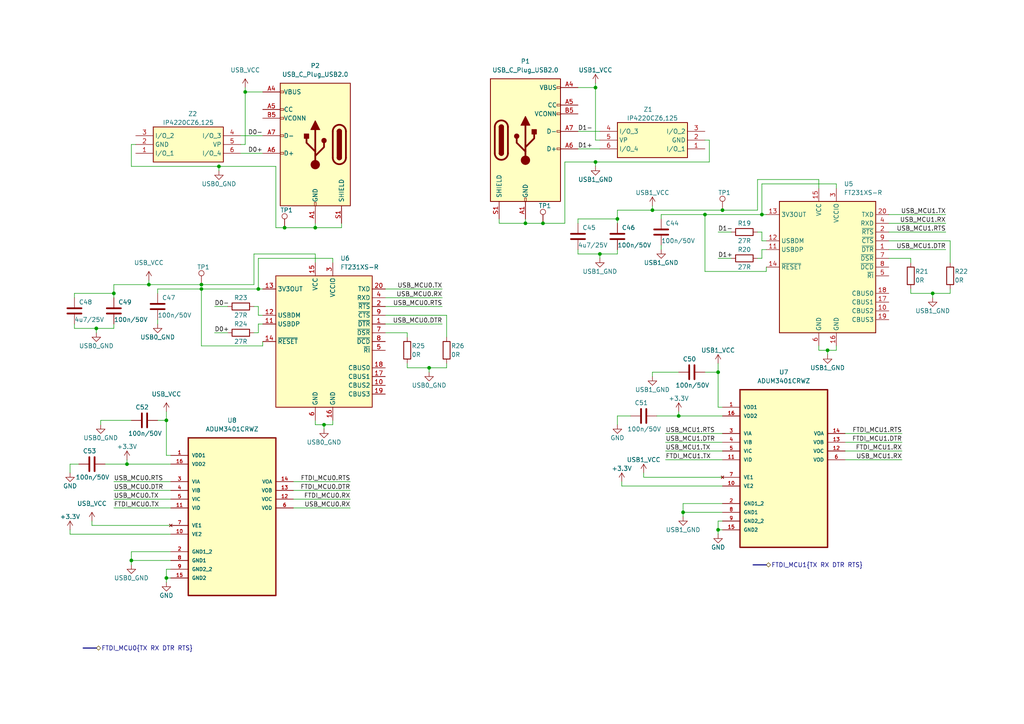
<source format=kicad_sch>
(kicad_sch (version 20230121) (generator eeschema)
  (paper "A4")
  (title_block (title "USB interface") (date "2023-12-29") (rev "V1.0") (company "Valais Wallis Racing Team") (comment 1 "Bétrisey Mattia"))
  (lib_symbols
    (symbol "ADUM3401CRWZ:ADUM3401CRWZ" (pin_names (offset 1.016))
      (property "Reference" "U" (at -4.7299 22.6067 0))
      (property "Value" "ADUM3401CRWZ" (at -6.0296 -28.5708 0))
      (symbol "ADUM3401CRWZ_0_0"
        (rectangle (start -12.7 -25.4) (end 12.7 20.32) (stroke (width 0.4064)) (fill (type background)))
        (pin power_in line (at -17.78 15.24 0) (length 5.08) (name "VDD1") (number "1"))
        (pin output line (at -17.78 -7.62 0) (length 5.08) (name "VE2") (number "10"))
        (pin output line (at -17.78 0 0) (length 5.08) (name "VID") (number "11"))
        (pin output line (at 17.78 2.54 180) (length 5.08) (name "VOC") (number "12"))
        (pin output line (at 17.78 5.08 180) (length 5.08) (name "VOB") (number "13"))
        (pin output line (at 17.78 7.62 180) (length 5.08) (name "VOA") (number "14"))
        (pin passive line (at -17.78 -20.32 0) (length 5.08) (name "GND2") (number "15"))
        (pin power_in line (at -17.78 12.7 0) (length 5.08) (name "VDD2") (number "16"))
        (pin passive line (at -17.78 -12.7 0) (length 5.08) (name "GND1_2") (number "2"))
        (pin input line (at -17.78 7.62 0) (length 5.08) (name "VIA") (number "3"))
        (pin input line (at -17.78 5.08 0) (length 5.08) (name "VIB") (number "4"))
        (pin input line (at -17.78 2.54 0) (length 5.08) (name "VIC") (number "5"))
        (pin input line (at 17.78 0 180) (length 5.08) (name "VOD") (number "6"))
        (pin no_connect line (at -17.78 -5.08 0) (length 5.08) (name "VE1") (number "7"))
        (pin passive line (at -17.78 -15.24 0) (length 5.08) (name "GND1") (number "8"))
        (pin passive line (at -17.78 -17.78 0) (length 5.08) (name "GND2_2") (number "9"))
      )
    )
    (symbol "Connector:TestPoint" (pin_numbers hide) (pin_names (offset 0.762) hide)
      (property "Reference" "TP" (at 0 6.858 0))
      (property "Value" "TestPoint" (at 0 5.08 0))
      (symbol "TestPoint_0_1"
        (circle (center 0 3.302) (radius 0.762))
      )
      (symbol "TestPoint_1_1"
        (pin passive line (at 0 0 90) (length 2.54) (name "1") (number "1"))
      )
    )
    (symbol "Connector:USB_C_Plug_USB2.0" (pin_names (offset 1.016))
      (property "Reference" "P" (at -10.16 19.05 0))
      (property "Value" "USB_C_Plug_USB2.0" (at 12.7 19.05 0))
      (symbol "USB_C_Plug_USB2.0_0_0"
        (rectangle (start -0.254 -17.78) (end 0.254 -16.764))
        (rectangle (start 10.16 -2.286) (end 9.144 -2.794))
        (rectangle (start 10.16 2.794) (end 9.144 2.286))
        (rectangle (start 10.16 7.874) (end 9.144 7.366))
        (rectangle (start 10.16 10.414) (end 9.144 9.906))
        (rectangle (start 10.16 15.494) (end 9.144 14.986))
      )
      (symbol "USB_C_Plug_USB2.0_0_1"
        (rectangle (start -10.16 17.78) (end 10.16 -17.78) (stroke (width 0.254)) (fill (type background)))
        (arc (start -8.89 -3.81) (mid -6.985 -5.7067) (end -5.08 -3.81) (stroke (width 0.508)))
        (arc (start -7.62 -3.81) (mid -6.985 -4.4423) (end -6.35 -3.81) (stroke (width 0.254)))
        (arc (start -7.62 -3.81) (mid -6.985 -4.4423) (end -6.35 -3.81) (stroke (width 0.254)) (fill (type outline)))
        (rectangle (start -7.62 -3.81) (end -6.35 3.81) (stroke (width 0.254)) (fill (type outline)))
        (arc (start -6.35 3.81) (mid -6.985 4.4423) (end -7.62 3.81) (stroke (width 0.254)))
        (arc (start -6.35 3.81) (mid -6.985 4.4423) (end -7.62 3.81) (stroke (width 0.254)) (fill (type outline)))
        (arc (start -5.08 3.81) (mid -6.985 5.7067) (end -8.89 3.81) (stroke (width 0.508)))
        (circle (center -2.54 1.143) (radius 0.635) (stroke (width 0.254)) (fill (type outline)))
        (circle (center 0 -5.842) (radius 1.27) (fill (type outline)))
        (polyline (pts (xy -8.89 -3.81) (xy -8.89 3.81)) (stroke (width 0.508)))
        (polyline (pts (xy -5.08 3.81) (xy -5.08 -3.81)) (stroke (width 0.508)))
        (polyline (pts (xy 0 -5.842) (xy 0 4.318)) (stroke (width 0.508)))
        (polyline (pts (xy 0 -3.302) (xy -2.54 -0.762) (xy -2.54 0.508)) (stroke (width 0.508)))
        (polyline (pts (xy 0 -2.032) (xy 2.54 0.508) (xy 2.54 1.778)) (stroke (width 0.508)))
        (polyline (pts (xy -1.27 4.318) (xy 0 6.858) (xy 1.27 4.318) (xy -1.27 4.318)) (stroke (width 0.254)) (fill (type outline)))
        (rectangle (start 1.905 1.778) (end 3.175 3.048) (stroke (width 0.254)) (fill (type outline)))
      )
      (symbol "USB_C_Plug_USB2.0_1_1"
        (pin passive line (at 0 -22.86 90) (length 5.08) (name "GND") (number "A1"))
        (pin passive line (at 0 -22.86 90) (length 5.08) hide (name "GND") (number "A12"))
        (pin passive line (at 15.24 15.24 180) (length 5.08) (name "VBUS") (number "A4"))
        (pin bidirectional line (at 15.24 10.16 180) (length 5.08) (name "CC") (number "A5"))
        (pin bidirectional line (at 15.24 -2.54 180) (length 5.08) (name "D+") (number "A6"))
        (pin bidirectional line (at 15.24 2.54 180) (length 5.08) (name "D-") (number "A7"))
        (pin passive line (at 15.24 15.24 180) (length 5.08) hide (name "VBUS") (number "A9"))
        (pin passive line (at 0 -22.86 90) (length 5.08) hide (name "GND") (number "B1"))
        (pin passive line (at 0 -22.86 90) (length 5.08) hide (name "GND") (number "B12"))
        (pin passive line (at 15.24 15.24 180) (length 5.08) hide (name "VBUS") (number "B4"))
        (pin bidirectional line (at 15.24 7.62 180) (length 5.08) (name "VCONN") (number "B5"))
        (pin passive line (at 15.24 15.24 180) (length 5.08) hide (name "VBUS") (number "B9"))
        (pin passive line (at -7.62 -22.86 90) (length 5.08) (name "SHIELD") (number "S1"))
      )
    )
    (symbol "Device:C" (pin_numbers hide) (pin_names (offset 0.254))
      (property "Reference" "C" (at 0.635 2.54 0))
      (property "Value" "C" (at 0.635 -2.54 0))
      (symbol "C_0_1"
        (polyline (pts (xy -2.032 -0.762) (xy 2.032 -0.762)) (stroke (width 0.508)))
        (polyline (pts (xy -2.032 0.762) (xy 2.032 0.762)) (stroke (width 0.508)))
      )
      (symbol "C_1_1"
        (pin passive line (at 0 3.81 270) (length 2.794) (name "~") (number "1"))
        (pin passive line (at 0 -3.81 90) (length 2.794) (name "~") (number "2"))
      )
    )
    (symbol "Device:R" (pin_numbers hide) (pin_names (offset 0))
      (property "Reference" "R" (at 2.032 0 90))
      (property "Value" "R" (at 0 0 90))
      (symbol "R_0_1"
        (rectangle (start -1.016 -2.54) (end 1.016 2.54) (stroke (width 0.254)))
      )
      (symbol "R_1_1"
        (pin passive line (at 0 3.81 270) (length 1.27) (name "~") (number "1"))
        (pin passive line (at 0 -3.81 90) (length 1.27) (name "~") (number "2"))
      )
    )
    (symbol "IP4220CZ6_125:IP4220CZ6,125"
      (property "Reference" "Z" (at 26.67 7.62 0))
      (property "Value" "IP4220CZ6,125" (at 26.67 5.08 0))
      (symbol "IP4220CZ6,125_1_1"
        (rectangle (start 5.08 2.54) (end 25.4 -7.62) (stroke (width 0.254)) (fill (type background)))
        (pin passive line (at 0 0 0) (length 5.08) (name "I/O_1") (number "1"))
        (pin passive line (at 0 -2.54 0) (length 5.08) (name "GND") (number "2"))
        (pin passive line (at 0 -5.08 0) (length 5.08) (name "I/O_2") (number "3"))
        (pin passive line (at 30.48 -5.08 180) (length 5.08) (name "I/O_3") (number "4"))
        (pin passive line (at 30.48 -2.54 180) (length 5.08) (name "VP") (number "5"))
        (pin passive line (at 30.48 0 180) (length 5.08) (name "I/O_4") (number "6"))
      )
    )
    (symbol "Interface_USB:FT231XS"
      (property "Reference" "U" (at -13.97 20.32 0))
      (property "Value" "FT231XS" (at 7.62 20.32 0))
      (symbol "FT231XS_0_1"
        (rectangle (start -13.97 19.05) (end 13.97 -19.05) (stroke (width 0.254)) (fill (type background)))
      )
      (symbol "FT231XS_1_1"
        (pin output line (at 17.78 5.08 180) (length 3.81) (name "~{DTR}") (number "1"))
        (pin bidirectional line (at 17.78 -12.7 180) (length 3.81) (name "CBUS2") (number "10"))
        (pin bidirectional line (at -17.78 5.08 0) (length 3.81) (name "USBDP") (number "11"))
        (pin bidirectional line (at -17.78 7.62 0) (length 3.81) (name "USBDM") (number "12"))
        (pin power_out line (at -17.78 15.24 0) (length 3.81) (name "3V3OUT") (number "13"))
        (pin input line (at -17.78 0 0) (length 3.81) (name "~{RESET}") (number "14"))
        (pin power_in line (at -2.54 22.86 270) (length 3.81) (name "VCC") (number "15"))
        (pin power_in line (at 2.54 -22.86 90) (length 3.81) (name "GND") (number "16"))
        (pin bidirectional line (at 17.78 -10.16 180) (length 3.81) (name "CBUS1") (number "17"))
        (pin bidirectional line (at 17.78 -7.62 180) (length 3.81) (name "CBUS0") (number "18"))
        (pin bidirectional line (at 17.78 -15.24 180) (length 3.81) (name "CBUS3") (number "19"))
        (pin output line (at 17.78 10.16 180) (length 3.81) (name "~{RTS}") (number "2"))
        (pin output line (at 17.78 15.24 180) (length 3.81) (name "TXD") (number "20"))
        (pin power_in line (at 2.54 22.86 270) (length 3.81) (name "VCCIO") (number "3"))
        (pin input line (at 17.78 12.7 180) (length 3.81) (name "RXD") (number "4"))
        (pin input line (at 17.78 -2.54 180) (length 3.81) (name "~{RI}") (number "5"))
        (pin power_in line (at -2.54 -22.86 90) (length 3.81) (name "GND") (number "6"))
        (pin input line (at 17.78 2.54 180) (length 3.81) (name "~{DSR}") (number "7"))
        (pin input line (at 17.78 0 180) (length 3.81) (name "~{DCD}") (number "8"))
        (pin input line (at 17.78 7.62 180) (length 3.81) (name "~{CTS}") (number "9"))
      )
    )
    (symbol "USB0_GND_1" (power) (in_bom no) (on_board no)
      (property "Value" "USB0_GND_1" (at 0 -4.064 0))
      (symbol "USB0_GND_1_0_1"
        (polyline (pts (xy 0 0) (xy 0 -1.27) (xy 1.27 -1.27) (xy 0 -2.54) (xy -1.27 -1.27) (xy 0 -1.27)))
      )
      (symbol "USB0_GND_1_1_1"
        (pin power_in line (at 0 0 270) (length 0) hide (name "USB0_GND") (number "1"))
      )
    )
    (symbol "USB1_GND_1" (power) (in_bom no) (on_board no)
      (property "Value" "USB1_GND_1" (at 0 -4.064 0))
      (symbol "USB1_GND_1_0_1"
        (polyline (pts (xy 0 0) (xy 0 -1.27) (xy 1.27 -1.27) (xy 0 -2.54) (xy -1.27 -1.27) (xy 0 -1.27)))
      )
      (symbol "USB1_GND_1_1_1"
        (pin power_in line (at 0 0 270) (length 0) hide (name "USB1_GND") (number "1"))
      )
    )
    (symbol "USB1_VCC_1" (power) (in_bom no) (on_board no)
      (property "Value" "USB1_VCC_1" (at 0 3.556 0))
      (symbol "USB1_VCC_1_0_1"
        (polyline (pts (xy -0.762 1.27) (xy 0 2.54)))
        (polyline (pts (xy 0 0) (xy 0 2.54)))
        (polyline (pts (xy 0 2.54) (xy 0.762 1.27)))
      )
      (symbol "USB1_VCC_1_1_1"
        (pin power_in line (at 0 0 90) (length 0) hide (name "USB1_VCC") (number "1"))
      )
    )
    (symbol "bmsPower_Symbols:+3V3_0" (power) (in_bom no) (on_board no)
      (property "Value" "+3V3_0" (at 0 3.302 0))
      (symbol "+3V3_0_0_1"
        (polyline (pts (xy -0.762 1.27) (xy 0 2.54)))
        (polyline (pts (xy 0 0) (xy 0 2.54)))
        (polyline (pts (xy 0 2.54) (xy 0.762 1.27)))
      )
      (symbol "+3V3_0_1_1"
        (pin power_in line (at 0 0 90) (length 0) hide (name "+3.3V") (number "1"))
      )
    )
    (symbol "bmsPower_Symbols:GND_0" (power) (in_bom no) (on_board no)
      (property "Value" "GND_0" (at 0 -4.064 0))
      (symbol "GND_0_0_1"
        (polyline (pts (xy 0 0) (xy 0 -1.27) (xy 1.27 -1.27) (xy 0 -2.54) (xy -1.27 -1.27) (xy 0 -1.27)))
      )
      (symbol "GND_0_1_1"
        (pin power_in line (at 0 0 270) (length 0) hide (name "GND") (number "1"))
      )
    )
    (symbol "bmsPower_Symbols:USB0_VCC" (power) (in_bom no) (on_board no)
      (property "Value" "USB0_VCC" (at 0 3.556 0))
      (symbol "USB0_VCC_0_1"
        (polyline (pts (xy -0.762 1.27) (xy 0 2.54)))
        (polyline (pts (xy 0 0) (xy 0 2.54)))
        (polyline (pts (xy 0 2.54) (xy 0.762 1.27)))
      )
      (symbol "USB0_VCC_1_1"
        (pin power_in line (at 0 0 90) (length 0) hide (name "USB_VCC") (number "1"))
      )
    )
  )
  (junction (at 208.28 107.95))
  (junction (at 93.98 123.19))
  (junction (at 71.12 26.67))
  (junction (at 58.42 83.82))
  (junction (at 157.48 64.77))
  (junction (at 196.85 120.65))
  (junction (at 152.4 64.77))
  (junction (at 63.5 48.26))
  (junction (at 172.72 25.4))
  (junction (at 204.47 62.23))
  (junction (at 74.93 83.82))
  (junction (at 27.94 95.25))
  (junction (at 270.51 85.09))
  (junction (at 198.12 148.59))
  (junction (at 36.83 134.62))
  (junction (at 240.03 101.6))
  (junction (at 82.55 66.04))
  (junction (at 124.46 106.68))
  (junction (at 38.1 162.56))
  (junction (at 33.02 85.09))
  (junction (at 48.26 167.64))
  (junction (at 209.55 60.96))
  (junction (at 173.99 73.66))
  (junction (at 58.42 82.55))
  (junction (at 48.26 121.92))
  (junction (at 189.23 60.96))
  (junction (at 172.72 46.99))
  (junction (at 208.28 153.67))
  (junction (at 91.44 66.04))
  (junction (at 179.07 63.5))
  (junction (at 220.98 62.23))
  (junction (at 43.18 82.55))
  (wire (pts (xy 242.57 100.33) (xy 242.57 101.6)))
  (wire (pts (xy 48.26 165.1) (xy 49.53 165.1)))
  (wire (pts (xy 85.09 144.78) (xy 101.6 144.78)))
  (wire (pts (xy 48.26 121.92) (xy 48.26 132.08)))
  (wire (pts (xy 245.11 125.73) (xy 261.62 125.73)))
  (wire (pts (xy 124.46 106.68) (xy 124.46 107.95)))
  (wire (pts (xy 179.07 63.5) (xy 179.07 64.77)))
  (wire (pts (xy 48.26 119.38) (xy 48.26 121.92)))
  (wire (pts (xy 193.04 125.73) (xy 209.55 125.73)))
  (wire (pts (xy 264.16 83.82) (xy 264.16 85.09)))
  (wire (pts (xy 173.99 73.66) (xy 179.07 73.66)))
  (wire (pts (xy 93.98 123.19) (xy 93.98 124.46)))
  (wire (pts (xy 179.07 120.65) (xy 182.88 120.65)))
  (wire (pts (xy 240.03 101.6) (xy 242.57 101.6)))
  (wire (pts (xy 21.59 85.09) (xy 21.59 86.36)))
  (wire (pts (xy 204.47 107.95) (xy 208.28 107.95)))
  (wire (pts (xy 80.01 48.26) (xy 80.01 66.04)))
  (wire (pts (xy 257.81 72.39) (xy 274.32 72.39)))
  (wire (pts (xy 74.93 83.82) (xy 76.2 83.82)))
  (wire (pts (xy 99.06 64.77) (xy 99.06 66.04)))
  (wire (pts (xy 48.26 132.08) (xy 49.53 132.08)))
  (wire (pts (xy 33.02 82.55) (xy 33.02 85.09)))
  (wire (pts (xy 264.16 85.09) (xy 270.51 85.09)))
  (wire (pts (xy 219.71 52.07) (xy 237.49 52.07)))
  (wire (pts (xy 240.03 101.6) (xy 240.03 102.87)))
  (wire (pts (xy 257.81 74.93) (xy 264.16 74.93)))
  (wire (pts (xy 80.01 66.04) (xy 82.55 66.04)))
  (wire (pts (xy 196.85 119.38) (xy 196.85 120.65)))
  (wire (pts (xy 198.12 148.59) (xy 198.12 149.86)))
  (wire (pts (xy 26.67 152.4) (xy 49.53 152.4)))
  (wire (pts (xy 129.54 105.41) (xy 129.54 106.68)))
  (wire (pts (xy 191.77 62.23) (xy 191.77 63.5)))
  (wire (pts (xy 257.81 64.77) (xy 274.32 64.77)))
  (wire (pts (xy 208.28 151.13) (xy 209.55 151.13)))
  (wire (pts (xy 220.98 62.23) (xy 222.25 62.23)))
  (wire (pts (xy 43.18 82.55) (xy 58.42 82.55)))
  (wire (pts (xy 26.67 151.13) (xy 26.67 152.4)))
  (wire (pts (xy 29.21 121.92) (xy 38.1 121.92)))
  (wire (pts (xy 180.34 139.7) (xy 180.34 140.97)))
  (wire (pts (xy 196.85 120.65) (xy 209.55 120.65)))
  (wire (pts (xy 38.1 160.02) (xy 38.1 162.56)))
  (wire (pts (xy 179.07 72.39) (xy 179.07 73.66)))
  (wire (pts (xy 48.26 167.64) (xy 48.26 168.91)))
  (wire (pts (xy 264.16 74.93) (xy 264.16 76.2)))
  (wire (pts (xy 39.37 41.91) (xy 38.1 41.91)))
  (wire (pts (xy 220.98 72.39) (xy 220.98 74.93)))
  (wire (pts (xy 167.64 73.66) (xy 173.99 73.66)))
  (wire (pts (xy 208.28 67.31) (xy 212.09 67.31)))
  (wire (pts (xy 74.93 88.9) (xy 74.93 91.44)))
  (wire (pts (xy 237.49 101.6) (xy 240.03 101.6)))
  (wire (pts (xy 62.23 88.9) (xy 66.04 88.9)))
  (wire (pts (xy 198.12 148.59) (xy 209.55 148.59)))
  (wire (pts (xy 189.23 107.95) (xy 196.85 107.95)))
  (wire (pts (xy 45.72 121.92) (xy 48.26 121.92)))
  (wire (pts (xy 219.71 67.31) (xy 220.98 67.31)))
  (wire (pts (xy 91.44 121.92) (xy 91.44 123.19)))
  (wire (pts (xy 33.02 93.98) (xy 33.02 95.25)))
  (wire (pts (xy 245.11 130.81) (xy 261.62 130.81)))
  (wire (pts (xy 220.98 53.34) (xy 220.98 62.23)))
  (wire (pts (xy 172.72 40.64) (xy 173.99 40.64)))
  (wire (pts (xy 91.44 123.19) (xy 93.98 123.19)))
  (wire (pts (xy 118.11 106.68) (xy 124.46 106.68)))
  (wire (pts (xy 198.12 146.05) (xy 198.12 148.59)))
  (wire (pts (xy 179.07 120.65) (xy 179.07 123.19)))
  (wire (pts (xy 45.72 93.98) (xy 45.72 92.71)))
  (wire (pts (xy 36.83 133.35) (xy 36.83 134.62)))
  (wire (pts (xy 124.46 106.68) (xy 129.54 106.68)))
  (wire (pts (xy 189.23 59.69) (xy 189.23 60.96)))
  (wire (pts (xy 30.48 134.62) (xy 36.83 134.62)))
  (wire (pts (xy 49.53 147.32) (xy 33.02 147.32)))
  (wire (pts (xy 242.57 53.34) (xy 242.57 54.61)))
  (wire (pts (xy 208.28 74.93) (xy 212.09 74.93)))
  (wire (pts (xy 71.12 26.67) (xy 76.2 26.67)))
  (wire (pts (xy 20.32 153.67) (xy 20.32 154.94)))
  (wire (pts (xy 167.64 63.5) (xy 167.64 64.77)))
  (wire (pts (xy 208.28 118.11) (xy 209.55 118.11)))
  (wire (pts (xy 91.44 66.04) (xy 99.06 66.04)))
  (wire (pts (xy 270.51 85.09) (xy 270.51 86.36)))
  (wire (pts (xy 172.72 25.4) (xy 172.72 40.64)))
  (wire (pts (xy 58.42 82.55) (xy 73.66 82.55)))
  (wire (pts (xy 209.55 60.96) (xy 219.71 60.96)))
  (wire (pts (xy 208.28 153.67) (xy 208.28 154.94)))
  (wire (pts (xy 167.64 63.5) (xy 179.07 63.5)))
  (wire (pts (xy 101.6 147.32) (xy 85.09 147.32)))
  (wire (pts (xy 63.5 49.53) (xy 63.5 48.26)))
  (wire (pts (xy 93.98 123.19) (xy 96.52 123.19)))
  (wire (pts (xy 167.64 72.39) (xy 167.64 73.66)))
  (wire (pts (xy 38.1 162.56) (xy 49.53 162.56)))
  (wire (pts (xy 180.34 140.97) (xy 209.55 140.97)))
  (wire (pts (xy 257.81 67.31) (xy 274.32 67.31)))
  (wire (pts (xy 21.59 95.25) (xy 27.94 95.25)))
  (wire (pts (xy 62.23 96.52) (xy 66.04 96.52)))
  (wire (pts (xy 76.2 99.06) (xy 76.2 100.33)))
  (wire (pts (xy 69.85 39.37) (xy 76.2 39.37)))
  (wire (pts (xy 111.76 91.44) (xy 129.54 91.44)))
  (wire (pts (xy 69.85 44.45) (xy 76.2 44.45)))
  (wire (pts (xy 167.64 43.18) (xy 173.99 43.18)))
  (wire (pts (xy 157.48 64.77) (xy 163.83 64.77)))
  (wire (pts (xy 111.76 96.52) (xy 118.11 96.52)))
  (wire (pts (xy 29.21 121.92) (xy 29.21 123.19)))
  (wire (pts (xy 45.72 83.82) (xy 45.72 85.09)))
  (wire (pts (xy 193.04 130.81) (xy 209.55 130.81)))
  (wire (pts (xy 33.02 82.55) (xy 43.18 82.55)))
  (wire (pts (xy 74.93 93.98) (xy 76.2 93.98)))
  (wire (pts (xy 82.55 66.04) (xy 91.44 66.04)))
  (wire (pts (xy 48.26 165.1) (xy 48.26 167.64)))
  (wire (pts (xy 257.81 62.23) (xy 274.32 62.23)))
  (bus (pts (xy 24.13 187.96) (xy 27.94 187.96)))
  (wire (pts (xy 237.49 52.07) (xy 237.49 54.61)))
  (wire (pts (xy 191.77 62.23) (xy 204.47 62.23)))
  (wire (pts (xy 220.98 72.39) (xy 222.25 72.39)))
  (wire (pts (xy 111.76 93.98) (xy 128.27 93.98)))
  (wire (pts (xy 38.1 162.56) (xy 38.1 163.83)))
  (wire (pts (xy 220.98 53.34) (xy 242.57 53.34)))
  (wire (pts (xy 208.28 153.67) (xy 209.55 153.67)))
  (wire (pts (xy 167.64 25.4) (xy 172.72 25.4)))
  (wire (pts (xy 71.12 25.4) (xy 71.12 26.67)))
  (wire (pts (xy 85.09 142.24) (xy 101.6 142.24)))
  (wire (pts (xy 73.66 88.9) (xy 74.93 88.9)))
  (wire (pts (xy 167.64 38.1) (xy 173.99 38.1)))
  (wire (pts (xy 179.07 60.96) (xy 179.07 63.5)))
  (wire (pts (xy 204.47 62.23) (xy 204.47 78.74)))
  (wire (pts (xy 33.02 142.24) (xy 49.53 142.24)))
  (wire (pts (xy 189.23 107.95) (xy 189.23 109.22)))
  (wire (pts (xy 172.72 46.99) (xy 172.72 48.26)))
  (wire (pts (xy 219.71 74.93) (xy 220.98 74.93)))
  (wire (pts (xy 91.44 66.04) (xy 91.44 64.77)))
  (wire (pts (xy 270.51 85.09) (xy 275.59 85.09)))
  (wire (pts (xy 71.12 41.91) (xy 69.85 41.91)))
  (wire (pts (xy 172.72 24.13) (xy 172.72 25.4)))
  (wire (pts (xy 186.69 137.16) (xy 186.69 138.43)))
  (wire (pts (xy 193.04 128.27) (xy 209.55 128.27)))
  (wire (pts (xy 219.71 52.07) (xy 219.71 60.96)))
  (wire (pts (xy 163.83 46.99) (xy 172.72 46.99)))
  (bus (pts (xy 218.44 163.83) (xy 222.25 163.83)))
  (wire (pts (xy 43.18 81.28) (xy 43.18 82.55)))
  (wire (pts (xy 27.94 95.25) (xy 33.02 95.25)))
  (wire (pts (xy 58.42 83.82) (xy 58.42 100.33)))
  (wire (pts (xy 71.12 26.67) (xy 71.12 41.91)))
  (wire (pts (xy 179.07 60.96) (xy 189.23 60.96)))
  (wire (pts (xy 48.26 167.64) (xy 49.53 167.64)))
  (wire (pts (xy 275.59 83.82) (xy 275.59 85.09)))
  (wire (pts (xy 38.1 160.02) (xy 49.53 160.02)))
  (wire (pts (xy 172.72 46.99) (xy 205.74 46.99)))
  (wire (pts (xy 186.69 138.43) (xy 209.55 138.43)))
  (wire (pts (xy 96.52 74.93) (xy 96.52 76.2)))
  (wire (pts (xy 205.74 40.64) (xy 205.74 46.99)))
  (wire (pts (xy 189.23 60.96) (xy 209.55 60.96)))
  (wire (pts (xy 38.1 41.91) (xy 38.1 48.26)))
  (wire (pts (xy 58.42 100.33) (xy 76.2 100.33)))
  (wire (pts (xy 208.28 105.41) (xy 208.28 107.95)))
  (wire (pts (xy 163.83 46.99) (xy 163.83 64.77)))
  (wire (pts (xy 222.25 77.47) (xy 222.25 78.74)))
  (wire (pts (xy 45.72 83.82) (xy 58.42 83.82)))
  (wire (pts (xy 204.47 40.64) (xy 205.74 40.64)))
  (wire (pts (xy 152.4 63.5) (xy 152.4 64.77)))
  (wire (pts (xy 245.11 128.27) (xy 261.62 128.27)))
  (wire (pts (xy 96.52 121.92) (xy 96.52 123.19)))
  (wire (pts (xy 36.83 134.62) (xy 49.53 134.62)))
  (wire (pts (xy 237.49 100.33) (xy 237.49 101.6)))
  (wire (pts (xy 275.59 69.85) (xy 275.59 76.2)))
  (wire (pts (xy 144.78 63.5) (xy 144.78 64.77)))
  (wire (pts (xy 220.98 69.85) (xy 222.25 69.85)))
  (wire (pts (xy 73.66 96.52) (xy 74.93 96.52)))
  (wire (pts (xy 27.94 95.25) (xy 27.94 96.52)))
  (wire (pts (xy 21.59 85.09) (xy 33.02 85.09)))
  (wire (pts (xy 33.02 144.78) (xy 49.53 144.78)))
  (wire (pts (xy 190.5 120.65) (xy 196.85 120.65)))
  (wire (pts (xy 245.11 133.35) (xy 261.62 133.35)))
  (wire (pts (xy 58.42 83.82) (xy 74.93 83.82)))
  (wire (pts (xy 193.04 133.35) (xy 209.55 133.35)))
  (wire (pts (xy 73.66 73.66) (xy 73.66 82.55)))
  (wire (pts (xy 220.98 67.31) (xy 220.98 69.85)))
  (wire (pts (xy 73.66 73.66) (xy 91.44 73.66)))
  (wire (pts (xy 144.78 64.77) (xy 152.4 64.77)))
  (wire (pts (xy 74.93 74.93) (xy 74.93 83.82)))
  (wire (pts (xy 20.32 134.62) (xy 22.86 134.62)))
  (wire (pts (xy 111.76 88.9) (xy 128.27 88.9)))
  (wire (pts (xy 204.47 62.23) (xy 220.98 62.23)))
  (wire (pts (xy 152.4 64.77) (xy 157.48 64.77)))
  (wire (pts (xy 208.28 107.95) (xy 208.28 118.11)))
  (wire (pts (xy 63.5 48.26) (xy 80.01 48.26)))
  (wire (pts (xy 33.02 85.09) (xy 33.02 86.36)))
  (wire (pts (xy 85.09 139.7) (xy 101.6 139.7)))
  (wire (pts (xy 198.12 146.05) (xy 209.55 146.05)))
  (wire (pts (xy 118.11 105.41) (xy 118.11 106.68)))
  (wire (pts (xy 74.93 74.93) (xy 96.52 74.93)))
  (wire (pts (xy 257.81 69.85) (xy 275.59 69.85)))
  (wire (pts (xy 173.99 73.66) (xy 173.99 74.93)))
  (wire (pts (xy 204.47 78.74) (xy 222.25 78.74)))
  (wire (pts (xy 118.11 96.52) (xy 118.11 97.79)))
  (wire (pts (xy 111.76 86.36) (xy 128.27 86.36)))
  (wire (pts (xy 74.93 91.44) (xy 76.2 91.44)))
  (wire (pts (xy 129.54 91.44) (xy 129.54 97.79)))
  (wire (pts (xy 33.02 139.7) (xy 49.53 139.7)))
  (wire (pts (xy 111.76 83.82) (xy 128.27 83.82)))
  (wire (pts (xy 91.44 73.66) (xy 91.44 76.2)))
  (wire (pts (xy 21.59 93.98) (xy 21.59 95.25)))
  (wire (pts (xy 20.32 134.62) (xy 20.32 137.16)))
  (wire (pts (xy 74.93 93.98) (xy 74.93 96.52)))
  (wire (pts (xy 20.32 154.94) (xy 49.53 154.94)))
  (wire (pts (xy 63.5 48.26) (xy 38.1 48.26)))
  (wire (pts (xy 191.77 72.39) (xy 191.77 71.12)))
  (wire (pts (xy 208.28 151.13) (xy 208.28 153.67)))
  (label "D0+" (at 76.2 44.45 180))
  (label "D1-" (at 167.64 38.1 0))
  (label "D1+" (at 167.64 43.18 0))
  (label "USB_MCU1.RX" (at 274.32 64.77 180))
  (label "USB_MCU0.RTS" (at 33.02 139.7 0))
  (label "FTDI_MCU0.TX" (at 33.02 147.32 0))
  (label "D0-" (at 62.23 88.9 0))
  (label "D0+" (at 62.23 96.52 0))
  (label "USB_MCU1.RTS" (at 193.04 125.73 0))
  (label "FTDI_MCU1.RX" (at 261.62 130.81 180))
  (label "USB_MCU0.DTR" (at 128.27 93.98 180))
  (label "D0-" (at 76.2 39.37 180))
  (label "USB_MCU1.DTR" (at 274.32 72.39 180))
  (label "USB_MCU0.DTR" (at 33.02 142.24 0))
  (label "USB_MCU0.TX" (at 128.27 83.82 180))
  (label "D1-" (at 208.28 67.31 0))
  (label "FTDI_MCU1.RTS" (at 261.62 125.73 180))
  (label "USB_MCU1.TX" (at 274.32 62.23 180))
  (label "USB_MCU1.RX" (at 261.62 133.35 180))
  (label "FTDI_MCU0.RX" (at 101.6 144.78 180))
  (label "FTDI_MCU1.TX" (at 193.04 133.35 0))
  (label "FTDI_MCU1.DTR" (at 261.62 128.27 180))
  (label "USB_MCU0.RX" (at 101.6 147.32 180))
  (label "USB_MCU0.TX" (at 33.02 144.78 0))
  (label "USB_MCU0.RTS" (at 128.27 88.9 180))
  (label "USB_MCU1.TX" (at 193.04 130.81 0))
  (label "FTDI_MCU0.RTS" (at 101.6 139.7 180))
  (label "USB_MCU1.DTR" (at 193.04 128.27 0))
  (label "USB_MCU0.RX" (at 128.27 86.36 180))
  (label "USB_MCU1.RTS" (at 274.32 67.31 180))
  (label "FTDI_MCU0.DTR" (at 101.6 142.24 180))
  (label "D1+" (at 208.28 74.93 0))
  (hierarchical_label "FTDI_MCU1{TX RX DTR RTS}" (shape bidirectional) (at 222.25 163.83 0))
  (hierarchical_label "FTDI_MCU0{TX RX DTR RTS}" (shape bidirectional) (at 27.94 187.96 0))
  (symbol (lib_id "Device:R") (at 264.16 80.01 0) (unit 1)
    (property "Reference" "R21" (at 265.43 78.74 0) (effects (justify left)))
    (property "Value" "0R" (at 265.43 81.28 0) (effects (justify left)))
    (property "Footprint" "Resistor_SMD:R_0603_1608Metric" (effects hide))
  )
  (symbol (lib_name "USB1_GND_1") (lib_id "bmsPower_Symbols:USB1_GND") (at 198.12 149.86 0) (unit 1) (in_bom no) (on_board no)
    (property "Reference" "#PWR072" (effects hide))
    (property "Value" "USB1_GND" (at 198.12 153.67 0))
  )
  (symbol (lib_name "USB0_GND_1") (lib_id "bmsPower_Symbols:USB0_GND") (at 93.98 124.46 0) (mirror y) (unit 1) (in_bom no) (on_board no)
    (property "Reference" "#PWR067" (effects hide))
    (property "Value" "USB0_GND" (at 93.98 128.27 0))
  )
  (symbol (lib_id "bmsPower_Symbols:GND_0") (at 208.28 154.94 0) (unit 1) (in_bom no) (on_board no)
    (property "Reference" "#PWR075" (effects hide))
    (property "Value" "GND_0" (at 208.28 158.75 0))
  )
  (symbol (lib_id "bmsPower_Symbols:GND_0") (at 48.26 168.91 0) (unit 1) (in_bom no) (on_board no)
    (property "Reference" "#PWR077" (effects hide))
    (property "Value" "GND_0" (at 48.26 172.72 0))
  )
  (symbol (lib_id "Device:C") (at 21.59 90.17 0) (unit 1)
    (property "Reference" "C48" (at 22.86 87.63 0) (effects (justify left)))
    (property "Value" "4u7/25V" (at 21.59 92.71 0) (effects (justify left)))
    (property "Footprint" "Capacitor_SMD:C_0603_1608Metric" (effects hide))
  )
  (symbol (lib_name "USB0_GND_1") (lib_id "bmsPower_Symbols:USB0_GND") (at 29.21 123.19 0) (mirror y) (unit 1) (in_bom no) (on_board no)
    (property "Reference" "#PWR065" (effects hide))
    (property "Value" "USB0_GND" (at 29.21 127 0))
  )
  (symbol (lib_name "USB0_GND_1") (lib_id "bmsPower_Symbols:USB0_GND") (at 124.46 107.95 0) (mirror y) (unit 1) (in_bom no) (on_board no)
    (property "Reference" "#PWR061" (effects hide))
    (property "Value" "USB0_GND" (at 124.46 111.76 0))
  )
  (symbol (lib_name "USB1_GND_1") (lib_id "bmsPower_Symbols:USB1_GND") (at 189.23 109.22 0) (unit 1) (in_bom no) (on_board no)
    (property "Reference" "#PWR062" (effects hide))
    (property "Value" "USB1_GND" (at 189.23 113.03 0))
  )
  (symbol (lib_id "Connector:TestPoint") (at 58.42 82.55 0) (unit 1)
    (property "Reference" "TP1" (at 57.15 77.47 0) (effects (justify left)))
    (property "Value" "TestPoint" (effects hide))
    (property "Footprint" "TestPoint:TestPoint_Keystone_5000-5004_Miniature" (effects hide))
    (instances (project "BMS-Master" (path "" (reference "TP1") (unit 1)) (path "" (reference "TP31") (unit 1)) (path "" (reference "TP5") (unit 1))))
  )
  (symbol (lib_id "bmsPower_Symbols:+3V3_0") (at 36.83 133.35 0) (unit 1) (in_bom no) (on_board no)
    (property "Reference" "#PWR068" (effects hide))
    (property "Value" "+3V3_0" (at 36.83 129.54 0))
  )
  (symbol (lib_name "USB1_VCC_1") (lib_id "bmsPower_Symbols:USB1_VCC") (at 189.23 59.69 0) (unit 1) (in_bom no) (on_board no)
    (property "Reference" "#PWR052" (effects hide))
    (property "Value" "USB1_VCC" (at 189.23 55.88 0))
  )
  (symbol (lib_id "Device:R") (at 215.9 74.93 90) (unit 1)
    (property "Reference" "R20" (at 215.9 72.39 90))
    (property "Value" "27R" (at 215.9 77.47 90))
    (property "Footprint" "Resistor_SMD:R_0603_1608Metric" (effects hide))
  )
  (symbol (lib_id "Connector:TestPoint") (at 82.55 66.04 0) (unit 1)
    (property "Reference" "TP1" (at 81.28 60.96 0) (effects (justify left)))
    (property "Value" "TestPoint" (effects hide))
    (property "Footprint" "TestPoint:TestPoint_Keystone_5000-5004_Miniature" (effects hide))
    (instances (project "BMS-Master" (path "" (reference "TP1") (unit 1)) (path "" (reference "TP31") (unit 1)) (path "" (reference "TP4") (unit 1))))
  )
  (symbol (lib_name "USB1_GND_1") (lib_id "bmsPower_Symbols:USB1_GND") (at 191.77 72.39 0) (unit 1) (in_bom no) (on_board no)
    (property "Reference" "#PWR053" (effects hide))
    (property "Value" "USB1_GND" (at 191.77 76.2 0))
  )
  (symbol (lib_name "USB0_GND_1") (lib_id "bmsPower_Symbols:USB0_GND") (at 63.5 49.53 0) (mirror y) (unit 1) (in_bom no) (on_board no)
    (property "Reference" "#PWR051" (effects hide))
    (property "Value" "USB0_GND" (at 63.5 53.34 0))
  )
  (symbol (lib_id "bmsPower_Symbols:+3V3_0") (at 196.85 119.38 0) (unit 1) (in_bom no) (on_board no)
    (property "Reference" "#PWR064" (effects hide))
    (property "Value" "+3V3_0" (at 196.85 115.57 0))
  )
  (symbol (lib_name "USB1_GND_1") (lib_id "bmsPower_Symbols:USB1_GND") (at 173.99 74.93 0) (unit 1) (in_bom no) (on_board no)
    (property "Reference" "#PWR054" (effects hide))
    (property "Value" "USB1_GND" (at 173.99 78.74 0))
  )
  (symbol (lib_id "bmsPower_Symbols:+3V3_0") (at 20.32 153.67 0) (unit 1) (in_bom no) (on_board no)
    (property "Reference" "#PWR074" (effects hide))
    (property "Value" "+3V3_0" (at 20.32 149.86 0))
  )
  (symbol (lib_name "USB1_VCC_1") (lib_id "bmsPower_Symbols:USB1_VCC") (at 172.72 24.13 0) (unit 1) (in_bom no) (on_board no)
    (property "Reference" "#PWR048" (effects hide))
    (property "Value" "USB1_VCC" (at 172.72 20.32 0))
  )
  (symbol (lib_id "Connector:TestPoint") (at 157.48 64.77 0) (unit 1)
    (property "Reference" "TP1" (at 156.21 59.69 0) (effects (justify left)))
    (property "Value" "TestPoint" (effects hide))
    (property "Footprint" "TestPoint:TestPoint_Keystone_5000-5004_Miniature" (effects hide))
    (instances (project "BMS-Master" (path "" (reference "TP1") (unit 1)) (path "" (reference "TP31") (unit 1)) (path "" (reference "TP3") (unit 1))))
  )
  (symbol (lib_id "bmsPower_Symbols:USB0_VCC") (at 43.18 81.28 0) (unit 1) (in_bom no) (on_board no)
    (property "Reference" "#PWR055" (effects hide))
    (property "Value" "USB0_VCC" (at 43.18 76.2 0))
  )
  (symbol (lib_id "Device:R") (at 129.54 101.6 0) (unit 1)
    (property "Reference" "R26" (at 130.81 100.33 0) (effects (justify left)))
    (property "Value" "0R" (at 130.81 102.87 0) (effects (justify left)))
    (property "Footprint" "Resistor_SMD:R_0603_1608Metric" (effects hide))
  )
  (symbol (lib_id "Device:R") (at 275.59 80.01 0) (unit 1)
    (property "Reference" "R22" (at 276.86 78.74 0) (effects (justify left)))
    (property "Value" "0R" (at 276.86 81.28 0) (effects (justify left)))
    (property "Footprint" "Resistor_SMD:R_0603_1608Metric" (effects hide))
  )
  (symbol (lib_id "Connector:USB_C_Plug_USB2.0") (at 91.44 41.91 0) (mirror y) (unit 1)
    (property "Reference" "P2" (at 91.44 19.05 0))
    (property "Value" "USB_C_Plug_USB2.0" (at 91.44 21.59 0))
    (property "Footprint" "FS_Connector:molex 2193200001" (effects hide))
    (property "Datasheet" "Datasheets/PS-105448-001.pdf" (effects hide))
    (property "Part_Number" "WM12856CT-ND" (effects hide))
    (property "Price" "2,41" (effects hide))
    (property "Description" "CONN RCP USB3.1 TYPEC 24P SMD RA" (effects hide))
    (instances (project "BMS-Master" (path "" (reference "P2") (unit 1))) (project "VCU_PCB" (path "" (reference "P1") (unit 1))))
  )
  (symbol (lib_id "Device:C") (at 26.67 134.62 90) (unit 1)
    (property "Reference" "C53" (at 27.94 130.81 90) (effects (justify left)))
    (property "Value" "100n/50V" (at 31.75 138.43 90) (effects (justify left)))
    (property "Footprint" "Capacitor_SMD:C_0603_1608Metric" (effects hide))
  )
  (symbol (lib_id "ADUM3401CRWZ:ADUM3401CRWZ") (at 227.33 133.35 0) (unit 1)
    (property "Reference" "U7" (at 227.33 107.95 0))
    (property "Value" "ADUM3401CRWZ" (at 227.33 110.49 0))
    (property "Footprint" "ADUM3401CRWZ:SOIC127P1032X265-16N" (effects hide))
    (property "MF" "Analog Devices" (effects hide))
    (property "Description" "\nQuad-Channel, Digital Isolator, Enhanced System-Level ESD Reliability\n" (effects hide))
    (property "PACKAGE" "16-Lead SOIC_W" (effects hide))
    (property "MPN" "ADUM3401CRWZ" (effects hide))
    (property "Price" "None" (effects hide))
    (property "Package" "SOIC -16 Analog Devices" (effects hide))
    (property "OC_FARNELL" "1274129" (effects hide))
    (property "SnapEDA_Link" "https://www.snapeda.com/parts/ADUM3401CRWZ/Analog+Devices/view-part/?ref=snap" (effects hide))
    (property "MP" "ADUM3401CRWZ" (effects hide))
    (property "Purchase-URL" "https://www.snapeda.com/api/url_track_click_mouser/?unipart_id=1239276&manufacturer=Analog Devices&part_name=ADUM3401CRWZ&search_term=None" (effects hide))
    (property "SUPPLIER" "Analog Devices" (effects hide))
    (property "OC_NEWARK" "19M0771" (effects hide))
    (property "Availability" "In Stock" (effects hide))
    (property "Check_prices" "https://www.snapeda.com/parts/ADUM3401CRWZ/Analog+Devices/view-part/?ref=eda" (effects hide))
  )
  (symbol (lib_id "bmsPower_Symbols:USB0_VCC") (at 48.26 119.38 0) (unit 1) (in_bom no) (on_board no)
    (property "Reference" "#PWR063" (effects hide))
    (property "Value" "USB0_VCC" (at 48.26 114.3 0))
  )
  (symbol (lib_name "USB0_GND_1") (lib_id "bmsPower_Symbols:USB0_GND") (at 27.94 96.52 0) (mirror y) (unit 1) (in_bom no) (on_board no)
    (property "Reference" "#PWR058" (effects hide))
    (property "Value" "USB0_GND" (at 27.94 100.33 0))
  )
  (symbol (lib_name "USB0_GND_1") (lib_id "bmsPower_Symbols:USB0_GND") (at 38.1 163.83 0) (mirror y) (unit 1) (in_bom no) (on_board no)
    (property "Reference" "#PWR076" (effects hide))
    (property "Value" "USB0_GND" (at 38.1 167.64 0))
  )
  (symbol (lib_name "USB0_GND_1") (lib_id "bmsPower_Symbols:USB0_GND") (at 45.72 93.98 0) (mirror y) (unit 1) (in_bom no) (on_board no)
    (property "Reference" "#PWR057" (effects hide))
    (property "Value" "USB0_GND" (at 45.72 97.79 0))
  )
  (symbol (lib_name "USB1_VCC_1") (lib_id "bmsPower_Symbols:USB1_VCC") (at 208.28 105.41 0) (unit 1) (in_bom no) (on_board no)
    (property "Reference" "#PWR060" (effects hide))
    (property "Value" "USB1_VCC" (at 208.28 101.6 0))
  )
  (symbol (lib_id "Device:C") (at 186.69 120.65 90) (unit 1)
    (property "Reference" "C51" (at 187.96 116.84 90) (effects (justify left)))
    (property "Value" "100n/50V" (at 191.77 124.46 90) (effects (justify left)))
    (property "Footprint" "Capacitor_SMD:C_0603_1608Metric" (effects hide))
  )
  (symbol (lib_id "Connector:TestPoint") (at 209.55 60.96 0) (unit 1)
    (property "Reference" "TP1" (at 208.28 55.88 0) (effects (justify left)))
    (property "Value" "TestPoint" (effects hide))
    (property "Footprint" "TestPoint:TestPoint_Keystone_5000-5004_Miniature" (effects hide))
    (instances (project "BMS-Master" (path "" (reference "TP1") (unit 1)) (path "" (reference "TP31") (unit 1)) (path "" (reference "TP2") (unit 1))))
  )
  (symbol (lib_id "Device:C") (at 179.07 68.58 0) (unit 1)
    (property "Reference" "C46" (at 180.34 66.04 0) (effects (justify left)))
    (property "Value" "100n/50V" (at 179.07 71.12 0) (effects (justify left)))
    (property "Footprint" "Capacitor_SMD:C_0603_1608Metric" (effects hide))
  )
  (symbol (lib_id "bmsPower_Symbols:USB0_VCC") (at 71.12 25.4 0) (unit 1) (in_bom no) (on_board no)
    (property "Reference" "#PWR049" (effects hide))
    (property "Value" "USB0_VCC" (at 71.12 20.32 0))
  )
  (symbol (lib_id "Device:C") (at 41.91 121.92 90) (unit 1)
    (property "Reference" "C52" (at 43.18 118.11 90) (effects (justify left)))
    (property "Value" "100n/50V" (at 46.99 125.73 90) (effects (justify left)))
    (property "Footprint" "Capacitor_SMD:C_0603_1608Metric" (effects hide))
  )
  (symbol (lib_id "Interface_USB:FT231XS") (at 93.98 99.06 0) (unit 1)
    (property "Reference" "U6" (at 98.7141 74.93 0) (effects (justify left)))
    (property "Value" "FT231XS-R" (at 98.7141 77.47 0) (effects (justify left)))
    (property "Footprint" "Package_SO:SSOP-20_3.9x8.7mm_P0.635mm" (effects hide))
    (property "Datasheet" "https://www.ftdichip.com/Support/Documents/DataSheets/ICs/DS_FT231X.pdf" (effects hide))
  )
  (symbol (lib_name "USB1_GND_1") (lib_id "bmsPower_Symbols:USB1_GND") (at 270.51 86.36 0) (unit 1) (in_bom no) (on_board no)
    (property "Reference" "#PWR056" (effects hide))
    (property "Value" "USB1_GND" (at 270.51 90.17 0))
  )
  (symbol (lib_id "Device:R") (at 118.11 101.6 0) (unit 1)
    (property "Reference" "R25" (at 119.38 100.33 0) (effects (justify left)))
    (property "Value" "0R" (at 119.38 102.87 0) (effects (justify left)))
    (property "Footprint" "Resistor_SMD:R_0603_1608Metric" (effects hide))
  )
  (symbol (lib_id "Device:R") (at 69.85 96.52 90) (unit 1)
    (property "Reference" "R24" (at 69.85 93.98 90))
    (property "Value" "27R" (at 69.85 99.06 90))
    (property "Footprint" "Resistor_SMD:R_0603_1608Metric" (effects hide))
  )
  (symbol (lib_name "USB1_GND_1") (lib_id "bmsPower_Symbols:USB1_GND") (at 172.72 48.26 0) (unit 1) (in_bom no) (on_board no)
    (property "Reference" "#PWR050" (effects hide))
    (property "Value" "USB1_GND" (at 172.72 52.07 0))
  )
  (symbol (lib_id "Device:C") (at 45.72 88.9 0) (unit 1)
    (property "Reference" "C47" (at 46.99 86.36 0) (effects (justify left)))
    (property "Value" "100n/50V" (at 45.72 91.44 0) (effects (justify left)))
    (property "Footprint" "Capacitor_SMD:C_0603_1608Metric" (effects hide))
  )
  (symbol (lib_name "USB1_GND_1") (lib_id "bmsPower_Symbols:USB1_GND") (at 240.03 102.87 0) (unit 1) (in_bom no) (on_board no)
    (property "Reference" "#PWR059" (effects hide))
    (property "Value" "USB1_GND" (at 240.03 106.68 0))
  )
  (symbol (lib_id "Device:C") (at 167.64 68.58 0) (unit 1)
    (property "Reference" "C45" (at 168.91 66.04 0) (effects (justify left)))
    (property "Value" "4u7/25V" (at 167.64 71.12 0) (effects (justify left)))
    (property "Footprint" "Capacitor_SMD:C_0603_1608Metric" (effects hide))
  )
  (symbol (lib_id "Device:R") (at 69.85 88.9 90) (unit 1)
    (property "Reference" "R23" (at 69.85 86.36 90))
    (property "Value" "27R" (at 69.85 91.44 90))
    (property "Footprint" "Resistor_SMD:R_0603_1608Metric" (effects hide))
  )
  (symbol (lib_id "IP4220CZ6_125:IP4220CZ6,125") (at 39.37 44.45 0) (mirror x) (unit 1)
    (property "Reference" "Z2" (at 55.88 33.02 0))
    (property "Value" "IP4220CZ6,125" (at 54.61 35.56 0))
    (property "Footprint" "IP4220CZ6:SOT95P275X110-6N" (effects hide))
    (property "Datasheet" "https://assets.nexperia.com/documents/data-sheet/IP4220CZ6.pdf" (effects hide))
    (property "Height" "1.1" (effects hide))
    (property "Manufacturer_Name" "Nexperia" (effects hide))
    (property "Manufacturer_Part_Number" "IP4220CZ6,125" (effects hide))
    (property "Mouser Part Number" "771-IP4220CZ6-T/R" (effects hide))
    (property "Mouser Price/Stock" "https://www.mouser.co.uk/ProductDetail/Nexperia/IP4220CZ6125?qs=me8TqzrmIYWNWIOv4%2FpxMw%3D%3D" (effects hide))
    (property "Arrow Part Number" "IP4220CZ6,125" (effects hide))
    (property "Arrow Price/Stock" "https://www.arrow.com/en/products/ip4220cz6125/nexperia?region=nac" (effects hide))
  )
  (symbol (lib_id "Device:C") (at 191.77 67.31 0) (unit 1)
    (property "Reference" "C44" (at 193.04 64.77 0) (effects (justify left)))
    (property "Value" "100n/50V" (at 191.77 69.85 0) (effects (justify left)))
    (property "Footprint" "Capacitor_SMD:C_0603_1608Metric" (effects hide))
  )
  (symbol (lib_id "bmsPower_Symbols:USB0_VCC") (at 26.67 151.13 0) (unit 1) (in_bom no) (on_board no)
    (property "Reference" "#PWR073" (effects hide))
    (property "Value" "USB0_VCC" (at 26.67 146.05 0))
  )
  (symbol (lib_id "bmsPower_Symbols:+3V3_0") (at 180.34 139.7 0) (unit 1) (in_bom no) (on_board no)
    (property "Reference" "#PWR071" (effects hide))
    (property "Value" "+3V3_0" (at 180.34 135.89 0))
  )
  (symbol (lib_id "bmsPower_Symbols:GND_0") (at 20.32 137.16 0) (unit 1) (in_bom no) (on_board no)
    (property "Reference" "#PWR069" (effects hide))
    (property "Value" "GND_0" (at 20.32 140.97 0))
  )
  (symbol (lib_id "Device:R") (at 215.9 67.31 90) (unit 1)
    (property "Reference" "R19" (at 215.9 64.77 90))
    (property "Value" "27R" (at 215.9 69.85 90))
    (property "Footprint" "Resistor_SMD:R_0603_1608Metric" (effects hide))
  )
  (symbol (lib_id "ADUM3401CRWZ:ADUM3401CRWZ") (at 67.31 147.32 0) (unit 1)
    (property "Reference" "U8" (at 67.31 121.92 0))
    (property "Value" "ADUM3401CRWZ" (at 67.31 124.46 0))
    (property "Footprint" "ADUM3401CRWZ:SOIC127P1032X265-16N" (effects hide))
    (property "MF" "Analog Devices" (effects hide))
    (property "Description" "\nQuad-Channel, Digital Isolator, Enhanced System-Level ESD Reliability\n" (effects hide))
    (property "PACKAGE" "16-Lead SOIC_W" (effects hide))
    (property "MPN" "ADUM3401CRWZ" (effects hide))
    (property "Price" "None" (effects hide))
    (property "Package" "SOIC -16 Analog Devices" (effects hide))
    (property "OC_FARNELL" "1274129" (effects hide))
    (property "SnapEDA_Link" "https://www.snapeda.com/parts/ADUM3401CRWZ/Analog+Devices/view-part/?ref=snap" (effects hide))
    (property "MP" "ADUM3401CRWZ" (effects hide))
    (property "Purchase-URL" "https://www.snapeda.com/api/url_track_click_mouser/?unipart_id=1239276&manufacturer=Analog Devices&part_name=ADUM3401CRWZ&search_term=None" (effects hide))
    (property "SUPPLIER" "Analog Devices" (effects hide))
    (property "OC_NEWARK" "19M0771" (effects hide))
    (property "Availability" "In Stock" (effects hide))
    (property "Check_prices" "https://www.snapeda.com/parts/ADUM3401CRWZ/Analog+Devices/view-part/?ref=eda" (effects hide))
  )
  (symbol (lib_id "Connector:USB_C_Plug_USB2.0") (at 152.4 40.64 0) (unit 1)
    (property "Reference" "P1" (at 152.4 17.78 0))
    (property "Value" "USB_C_Plug_USB2.0" (at 152.4 20.32 0))
    (property "Footprint" "FS_Connector:molex 2193200001" (effects hide))
    (property "Datasheet" "Datasheets/PS-105448-001.pdf" (effects hide))
    (property "Part_Number" "WM12856CT-ND" (effects hide))
    (property "Price" "2,41" (effects hide))
    (property "Description" "CONN RCP USB3.1 TYPEC 24P SMD RA" (effects hide))
  )
  (symbol (lib_name "USB1_VCC_1") (lib_id "bmsPower_Symbols:USB1_VCC") (at 186.69 137.16 0) (unit 1) (in_bom no) (on_board no)
    (property "Reference" "#PWR070" (effects hide))
    (property "Value" "USB1_VCC" (at 186.69 133.35 0))
  )
  (symbol (lib_id "IP4220CZ6_125:IP4220CZ6,125") (at 204.47 43.18 180) (unit 1)
    (property "Reference" "Z1" (at 187.96 31.75 0))
    (property "Value" "IP4220CZ6,125" (at 189.23 34.29 0))
    (property "Footprint" "IP4220CZ6:SOT95P275X110-6N" (effects hide))
    (property "Datasheet" "https://assets.nexperia.com/documents/data-sheet/IP4220CZ6.pdf" (effects hide))
    (property "Height" "1.1" (effects hide))
    (property "Manufacturer_Name" "Nexperia" (effects hide))
    (property "Manufacturer_Part_Number" "IP4220CZ6,125" (effects hide))
    (property "Mouser Part Number" "771-IP4220CZ6-T/R" (effects hide))
    (property "Mouser Price/Stock" "https://www.mouser.co.uk/ProductDetail/Nexperia/IP4220CZ6125?qs=me8TqzrmIYWNWIOv4%2FpxMw%3D%3D" (effects hide))
    (property "Arrow Part Number" "IP4220CZ6,125" (effects hide))
    (property "Arrow Price/Stock" "https://www.arrow.com/en/products/ip4220cz6125/nexperia?region=nac" (effects hide))
  )
  (symbol (lib_id "Device:C") (at 200.66 107.95 90) (unit 1)
    (property "Reference" "C50" (at 201.93 104.14 90) (effects (justify left)))
    (property "Value" "100n/50V" (at 205.74 111.76 90) (effects (justify left)))
    (property "Footprint" "Capacitor_SMD:C_0603_1608Metric" (effects hide))
  )
  (symbol (lib_id "Interface_USB:FT231XS") (at 240.03 77.47 0) (unit 1)
    (property "Reference" "U5" (at 244.7641 53.34 0) (effects (justify left)))
    (property "Value" "FT231XS-R" (at 244.7641 55.88 0) (effects (justify left)))
    (property "Footprint" "Package_SO:SSOP-20_3.9x8.7mm_P0.635mm" (effects hide))
    (property "Datasheet" "https://www.ftdichip.com/Support/Documents/DataSheets/ICs/DS_FT231X.pdf" (effects hide))
  )
  (symbol (lib_id "bmsPower_Symbols:GND_0") (at 179.07 123.19 0) (unit 1) (in_bom no) (on_board no)
    (property "Reference" "#PWR066" (effects hide))
    (property "Value" "GND_0" (at 179.07 127 0))
  )
  (symbol (lib_id "Device:C") (at 33.02 90.17 0) (unit 1)
    (property "Reference" "C49" (at 34.29 87.63 0) (effects (justify left)))
    (property "Value" "100n/50V" (at 33.02 92.71 0) (effects (justify left)))
    (property "Footprint" "Capacitor_SMD:C_0603_1608Metric" (effects hide))
  )
)
</source>
